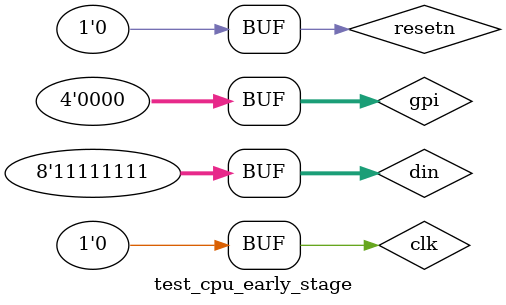
<source format=v>
`timescale  1ns/1ps
module test_cpu_early_stage;
	reg clk, resetn;
	reg [7:0] din;
	reg [3:0] gpi;
	wire [7:0] dout, ip;
	
	soc #(.DEBOUNCE_TIME_ns(0)) 
	run(.clk(clk), .resetn(!resetn), .turbo_mode(1), .din(din), .gpi(gpi), .dout(dout), .ip(ip));
	
	initial begin
		clk = 0;
		repeat (200) #10 clk = !clk;
	end
	
	initial begin
		resetn = 0; din = 8'd255;
		#160
		repeat(40) #20 $strobe("instruction pointer is %2h, displayed number is %4d", ip, $signed(dout));
	end
	
	initial begin
		gpi = 4'b1000;
		#200 gpi = 4'b0000;
	end
	
endmodule 
</source>
